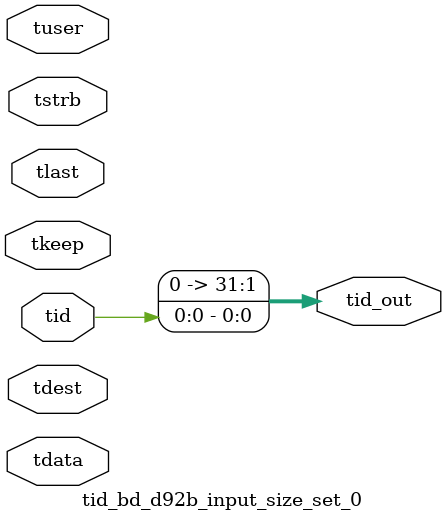
<source format=v>


`timescale 1ps/1ps

module tid_bd_d92b_input_size_set_0 #
(
parameter C_S_AXIS_TID_WIDTH   = 1,
parameter C_S_AXIS_TUSER_WIDTH = 0,
parameter C_S_AXIS_TDATA_WIDTH = 0,
parameter C_S_AXIS_TDEST_WIDTH = 0,
parameter C_M_AXIS_TID_WIDTH   = 32
)
(
input  [(C_S_AXIS_TID_WIDTH   == 0 ? 1 : C_S_AXIS_TID_WIDTH)-1:0       ] tid,
input  [(C_S_AXIS_TDATA_WIDTH == 0 ? 1 : C_S_AXIS_TDATA_WIDTH)-1:0     ] tdata,
input  [(C_S_AXIS_TUSER_WIDTH == 0 ? 1 : C_S_AXIS_TUSER_WIDTH)-1:0     ] tuser,
input  [(C_S_AXIS_TDEST_WIDTH == 0 ? 1 : C_S_AXIS_TDEST_WIDTH)-1:0     ] tdest,
input  [(C_S_AXIS_TDATA_WIDTH/8)-1:0 ] tkeep,
input  [(C_S_AXIS_TDATA_WIDTH/8)-1:0 ] tstrb,
input                                                                    tlast,
output [(C_M_AXIS_TID_WIDTH   == 0 ? 1 : C_M_AXIS_TID_WIDTH)-1:0       ] tid_out
);

assign tid_out = {tid[0:0]};

endmodule


</source>
